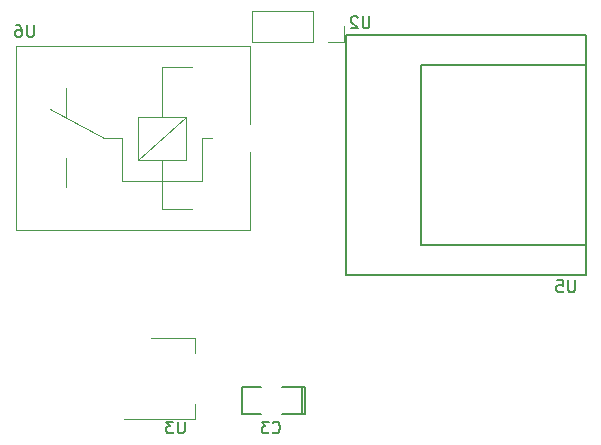
<source format=gbr>
G04 #@! TF.FileFunction,Legend,Bot*
%FSLAX46Y46*%
G04 Gerber Fmt 4.6, Leading zero omitted, Abs format (unit mm)*
G04 Created by KiCad (PCBNEW 4.0.6) date 08/24/17 17:14:55*
%MOMM*%
%LPD*%
G01*
G04 APERTURE LIST*
%ADD10C,0.100000*%
%ADD11C,0.150000*%
%ADD12C,0.120000*%
G04 APERTURE END LIST*
D10*
D11*
X171230000Y-119810000D02*
X157260000Y-119810000D01*
X157260000Y-119810000D02*
X157260000Y-104570000D01*
X157260000Y-104570000D02*
X171230000Y-104570000D01*
X171230000Y-122350000D02*
X150910000Y-122350000D01*
X150910000Y-122350000D02*
X150910000Y-102030000D01*
X150910000Y-102030000D02*
X171230000Y-102030000D01*
X171230000Y-102030000D02*
X171230000Y-122350000D01*
D12*
X138190000Y-127740000D02*
X138190000Y-129000000D01*
X138190000Y-134560000D02*
X138190000Y-133300000D01*
X134430000Y-127740000D02*
X138190000Y-127740000D01*
X132180000Y-134560000D02*
X138190000Y-134560000D01*
D11*
X147200000Y-131847000D02*
X147454000Y-131847000D01*
X147454000Y-131847000D02*
X147454000Y-134133000D01*
X147454000Y-134133000D02*
X147200000Y-134133000D01*
X147200000Y-131847000D02*
X147200000Y-134133000D01*
X147200000Y-134133000D02*
X145549000Y-134133000D01*
X143771000Y-131847000D02*
X142120000Y-131847000D01*
X142120000Y-131847000D02*
X142120000Y-134133000D01*
X142120000Y-134133000D02*
X143771000Y-134133000D01*
X145549000Y-131847000D02*
X147200000Y-131847000D01*
D12*
X142820000Y-111950000D02*
X142820000Y-118550000D01*
X142820000Y-102950000D02*
X142820000Y-109550000D01*
X142820000Y-102950000D02*
X123020000Y-102950000D01*
X123020000Y-102950000D02*
X123020000Y-118550000D01*
X123020000Y-118550000D02*
X142820000Y-118550000D01*
X127270000Y-114950000D02*
X127270000Y-112500000D01*
X127270000Y-106550000D02*
X127270000Y-109050000D01*
X137870000Y-116800000D02*
X135370000Y-116800000D01*
X138770000Y-110800000D02*
X139570000Y-110800000D01*
X135370000Y-104800000D02*
X137870000Y-104800000D01*
X131970000Y-110800000D02*
X130470000Y-110800000D01*
X130470000Y-110800000D02*
X125870000Y-108300000D01*
X131970000Y-114400000D02*
X138770000Y-114400000D01*
X131970000Y-110800000D02*
X131970000Y-114400000D01*
X138770000Y-110800000D02*
X138770000Y-114400000D01*
X135370000Y-104800000D02*
X135370000Y-109000000D01*
X135370000Y-112600000D02*
X135370000Y-116800000D01*
X133370000Y-112600000D02*
X137370000Y-109000000D01*
X137370000Y-112600000D02*
X137370000Y-109000000D01*
X137370000Y-109000000D02*
X133370000Y-109000000D01*
X133370000Y-109000000D02*
X133370000Y-112600000D01*
X133370000Y-112600000D02*
X137370000Y-112600000D01*
X143030000Y-102650000D02*
X143030000Y-99990000D01*
X148170000Y-102650000D02*
X143030000Y-102650000D01*
X148170000Y-99990000D02*
X143030000Y-99990000D01*
X148170000Y-102650000D02*
X148170000Y-99990000D01*
X149440000Y-102650000D02*
X150770000Y-102650000D01*
X150770000Y-102650000D02*
X150770000Y-101320000D01*
D11*
X170331905Y-122832381D02*
X170331905Y-123641905D01*
X170284286Y-123737143D01*
X170236667Y-123784762D01*
X170141429Y-123832381D01*
X169950952Y-123832381D01*
X169855714Y-123784762D01*
X169808095Y-123737143D01*
X169760476Y-123641905D01*
X169760476Y-122832381D01*
X168808095Y-122832381D02*
X169284286Y-122832381D01*
X169331905Y-123308571D01*
X169284286Y-123260952D01*
X169189048Y-123213333D01*
X168950952Y-123213333D01*
X168855714Y-123260952D01*
X168808095Y-123308571D01*
X168760476Y-123403810D01*
X168760476Y-123641905D01*
X168808095Y-123737143D01*
X168855714Y-123784762D01*
X168950952Y-123832381D01*
X169189048Y-123832381D01*
X169284286Y-123784762D01*
X169331905Y-123737143D01*
X137281905Y-134792381D02*
X137281905Y-135601905D01*
X137234286Y-135697143D01*
X137186667Y-135744762D01*
X137091429Y-135792381D01*
X136900952Y-135792381D01*
X136805714Y-135744762D01*
X136758095Y-135697143D01*
X136710476Y-135601905D01*
X136710476Y-134792381D01*
X136329524Y-134792381D02*
X135710476Y-134792381D01*
X136043810Y-135173333D01*
X135900952Y-135173333D01*
X135805714Y-135220952D01*
X135758095Y-135268571D01*
X135710476Y-135363810D01*
X135710476Y-135601905D01*
X135758095Y-135697143D01*
X135805714Y-135744762D01*
X135900952Y-135792381D01*
X136186667Y-135792381D01*
X136281905Y-135744762D01*
X136329524Y-135697143D01*
X144746666Y-135687143D02*
X144794285Y-135734762D01*
X144937142Y-135782381D01*
X145032380Y-135782381D01*
X145175238Y-135734762D01*
X145270476Y-135639524D01*
X145318095Y-135544286D01*
X145365714Y-135353810D01*
X145365714Y-135210952D01*
X145318095Y-135020476D01*
X145270476Y-134925238D01*
X145175238Y-134830000D01*
X145032380Y-134782381D01*
X144937142Y-134782381D01*
X144794285Y-134830000D01*
X144746666Y-134877619D01*
X144413333Y-134782381D02*
X143794285Y-134782381D01*
X144127619Y-135163333D01*
X143984761Y-135163333D01*
X143889523Y-135210952D01*
X143841904Y-135258571D01*
X143794285Y-135353810D01*
X143794285Y-135591905D01*
X143841904Y-135687143D01*
X143889523Y-135734762D01*
X143984761Y-135782381D01*
X144270476Y-135782381D01*
X144365714Y-135734762D01*
X144413333Y-135687143D01*
X124511905Y-101212381D02*
X124511905Y-102021905D01*
X124464286Y-102117143D01*
X124416667Y-102164762D01*
X124321429Y-102212381D01*
X124130952Y-102212381D01*
X124035714Y-102164762D01*
X123988095Y-102117143D01*
X123940476Y-102021905D01*
X123940476Y-101212381D01*
X123035714Y-101212381D02*
X123226191Y-101212381D01*
X123321429Y-101260000D01*
X123369048Y-101307619D01*
X123464286Y-101450476D01*
X123511905Y-101640952D01*
X123511905Y-102021905D01*
X123464286Y-102117143D01*
X123416667Y-102164762D01*
X123321429Y-102212381D01*
X123130952Y-102212381D01*
X123035714Y-102164762D01*
X122988095Y-102117143D01*
X122940476Y-102021905D01*
X122940476Y-101783810D01*
X122988095Y-101688571D01*
X123035714Y-101640952D01*
X123130952Y-101593333D01*
X123321429Y-101593333D01*
X123416667Y-101640952D01*
X123464286Y-101688571D01*
X123511905Y-101783810D01*
X152931905Y-100482381D02*
X152931905Y-101291905D01*
X152884286Y-101387143D01*
X152836667Y-101434762D01*
X152741429Y-101482381D01*
X152550952Y-101482381D01*
X152455714Y-101434762D01*
X152408095Y-101387143D01*
X152360476Y-101291905D01*
X152360476Y-100482381D01*
X151931905Y-100577619D02*
X151884286Y-100530000D01*
X151789048Y-100482381D01*
X151550952Y-100482381D01*
X151455714Y-100530000D01*
X151408095Y-100577619D01*
X151360476Y-100672857D01*
X151360476Y-100768095D01*
X151408095Y-100910952D01*
X151979524Y-101482381D01*
X151360476Y-101482381D01*
M02*

</source>
